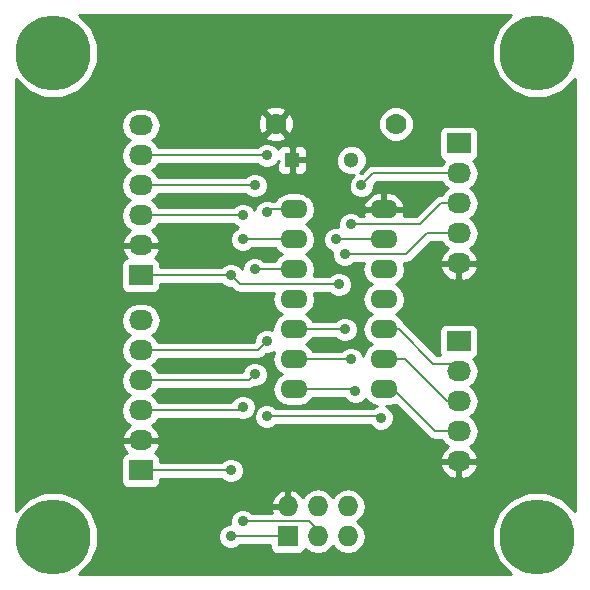
<source format=gtl>
G04 #@! TF.FileFunction,Copper,L1,Top,Signal*
%FSLAX46Y46*%
G04 Gerber Fmt 4.6, Leading zero omitted, Abs format (unit mm)*
G04 Created by KiCad (PCBNEW (after 2015-mar-04 BZR unknown)-product) date 10/20/2015 10:19:42 AM*
%MOMM*%
G01*
G04 APERTURE LIST*
%ADD10C,0.150000*%
%ADD11C,6.350000*%
%ADD12R,2.032000X1.727200*%
%ADD13O,2.032000X1.727200*%
%ADD14R,1.727200X1.727200*%
%ADD15O,1.727200X1.727200*%
%ADD16R,1.300000X1.300000*%
%ADD17C,1.300000*%
%ADD18C,1.778000*%
%ADD19O,2.300000X1.600000*%
%ADD20C,0.889000*%
%ADD21C,0.203200*%
%ADD22C,0.254000*%
G04 APERTURE END LIST*
D10*
D11*
X4000000Y-45000000D03*
X4000000Y-4000000D03*
X45000000Y-45000000D03*
X45000000Y-4000000D03*
D12*
X11430000Y-22860000D03*
D13*
X11430000Y-20320000D03*
X11430000Y-17780000D03*
X11430000Y-15240000D03*
X11430000Y-12700000D03*
X11430000Y-10160000D03*
D14*
X23876000Y-44958000D03*
D15*
X23876000Y-42418000D03*
X26416000Y-44958000D03*
X26416000Y-42418000D03*
X28956000Y-44958000D03*
X28956000Y-42418000D03*
D12*
X11430000Y-39370000D03*
D13*
X11430000Y-36830000D03*
X11430000Y-34290000D03*
X11430000Y-31750000D03*
X11430000Y-29210000D03*
X11430000Y-26670000D03*
D16*
X24257000Y-13081000D03*
D17*
X29257000Y-13081000D03*
D12*
X38354000Y-11684000D03*
D13*
X38354000Y-14224000D03*
X38354000Y-16764000D03*
X38354000Y-19304000D03*
X38354000Y-21844000D03*
D12*
X38354000Y-28448000D03*
D13*
X38354000Y-30988000D03*
X38354000Y-33528000D03*
X38354000Y-36068000D03*
X38354000Y-38608000D03*
D18*
X22860000Y-10033000D03*
X33020000Y-10033000D03*
D19*
X24384000Y-17272000D03*
X24384000Y-19812000D03*
X24384000Y-22352000D03*
X24384000Y-24892000D03*
X24384000Y-27432000D03*
X24384000Y-29972000D03*
X24384000Y-32512000D03*
X32004000Y-32512000D03*
X32004000Y-29972000D03*
X32004000Y-27432000D03*
X32004000Y-24892000D03*
X32004000Y-22352000D03*
X32004000Y-19812000D03*
X32004000Y-17272000D03*
D20*
X20066000Y-43688000D03*
X20066000Y-34036000D03*
X20066000Y-19812000D03*
X20066000Y-17780000D03*
X19050000Y-44958000D03*
X19050000Y-22860000D03*
X19050000Y-39370000D03*
X27940000Y-19812000D03*
X28194000Y-23622000D03*
X21082000Y-31242000D03*
X21082000Y-22352000D03*
X21082000Y-15240000D03*
X22098000Y-17526000D03*
X22098000Y-28448000D03*
X22098000Y-12700000D03*
X31750000Y-34925000D03*
X22098000Y-34798000D03*
X30099000Y-15240000D03*
X29591000Y-32639000D03*
X29210000Y-18542000D03*
X29210000Y-29972000D03*
X28702000Y-21082000D03*
X28702000Y-27432000D03*
D21*
X25654000Y-43688000D02*
X26416000Y-44450000D01*
X20066000Y-43688000D02*
X25654000Y-43688000D01*
X26416000Y-44450000D02*
X26416000Y-44958000D01*
X19812000Y-34290000D02*
X11430000Y-34290000D01*
X20066000Y-34036000D02*
X19812000Y-34290000D01*
X11430000Y-17780000D02*
X20066000Y-17780000D01*
X20066000Y-19812000D02*
X24384000Y-19812000D01*
X19050000Y-44958000D02*
X23876000Y-44958000D01*
X11430000Y-39370000D02*
X19050000Y-39370000D01*
X11430000Y-22860000D02*
X19050000Y-22860000D01*
X19812000Y-23622000D02*
X25908000Y-23622000D01*
X19050000Y-22860000D02*
X19812000Y-23622000D01*
X28194000Y-23622000D02*
X25908000Y-23622000D01*
X32004000Y-19812000D02*
X27940000Y-19812000D01*
X20574000Y-31750000D02*
X11430000Y-31750000D01*
X21082000Y-31242000D02*
X20574000Y-31750000D01*
X11430000Y-15240000D02*
X21082000Y-15240000D01*
X21082000Y-22352000D02*
X24384000Y-22352000D01*
X24384000Y-17272000D02*
X22352000Y-17272000D01*
X22352000Y-17272000D02*
X22098000Y-17526000D01*
X11430000Y-12700000D02*
X22098000Y-12700000D01*
X21336000Y-29210000D02*
X11430000Y-29210000D01*
X22098000Y-28448000D02*
X21336000Y-29210000D01*
X31750000Y-34925000D02*
X31623000Y-34798000D01*
X31623000Y-34798000D02*
X22098000Y-34798000D01*
X24384000Y-32512000D02*
X29464000Y-32512000D01*
X29464000Y-32512000D02*
X29591000Y-32639000D01*
X31115000Y-14224000D02*
X30099000Y-15240000D01*
X38354000Y-14224000D02*
X31115000Y-14224000D01*
X36830000Y-16764000D02*
X35052000Y-18542000D01*
X35052000Y-18542000D02*
X29210000Y-18542000D01*
X29210000Y-29972000D02*
X24384000Y-29972000D01*
X38354000Y-16764000D02*
X36830000Y-16764000D01*
X35687000Y-19304000D02*
X33909000Y-21082000D01*
X33909000Y-21082000D02*
X28702000Y-21082000D01*
X28702000Y-27432000D02*
X24384000Y-27432000D01*
X38354000Y-19304000D02*
X35687000Y-19304000D01*
X32004000Y-27432000D02*
X33274000Y-27432000D01*
X36195000Y-30353000D02*
X37719000Y-30353000D01*
X33274000Y-27432000D02*
X36195000Y-30353000D01*
X37719000Y-30353000D02*
X38354000Y-30988000D01*
X32004000Y-29972000D02*
X33782000Y-29972000D01*
X33782000Y-29972000D02*
X37338000Y-33528000D01*
X37338000Y-33528000D02*
X38354000Y-33528000D01*
X32004000Y-32512000D02*
X32766000Y-32512000D01*
X32766000Y-32512000D02*
X36322000Y-36068000D01*
X36322000Y-36068000D02*
X38354000Y-36068000D01*
D22*
G36*
X48174500Y-42787183D02*
X47161009Y-41771923D01*
X45761181Y-41190663D01*
X44245469Y-41189340D01*
X42844628Y-41768156D01*
X41771923Y-42838991D01*
X41190663Y-44238819D01*
X41189340Y-45754531D01*
X41768156Y-47155372D01*
X42785507Y-48174500D01*
X40037345Y-48174500D01*
X40037345Y-36068000D01*
X39923271Y-35494511D01*
X39598415Y-35008330D01*
X39283634Y-34798000D01*
X39598415Y-34587670D01*
X39923271Y-34101489D01*
X40037345Y-33528000D01*
X39923271Y-32954511D01*
X39598415Y-32468330D01*
X39283634Y-32258000D01*
X39598415Y-32047670D01*
X39923271Y-31561489D01*
X40037345Y-30988000D01*
X39923271Y-30414511D01*
X39598415Y-29928330D01*
X39582632Y-29917784D01*
X39612123Y-29912063D01*
X39824927Y-29772273D01*
X39967377Y-29561240D01*
X40017440Y-29311600D01*
X40017440Y-27584400D01*
X39970463Y-27342277D01*
X39961358Y-27328416D01*
X39961358Y-22203026D01*
X39840217Y-21971000D01*
X38481000Y-21971000D01*
X38481000Y-23184924D01*
X38715913Y-23329184D01*
X39268320Y-23135954D01*
X39704732Y-22746036D01*
X39958709Y-22218791D01*
X39961358Y-22203026D01*
X39961358Y-27328416D01*
X39830673Y-27129473D01*
X39619640Y-26987023D01*
X39370000Y-26936960D01*
X38227000Y-26936960D01*
X38227000Y-23184924D01*
X38227000Y-21971000D01*
X36867783Y-21971000D01*
X36746642Y-22203026D01*
X36749291Y-22218791D01*
X37003268Y-22746036D01*
X37439680Y-23135954D01*
X37992087Y-23329184D01*
X38227000Y-23184924D01*
X38227000Y-26936960D01*
X37338000Y-26936960D01*
X37095877Y-26983937D01*
X36883073Y-27123727D01*
X36740623Y-27334760D01*
X36690560Y-27584400D01*
X36690560Y-29311600D01*
X36737537Y-29553723D01*
X36778709Y-29616400D01*
X36500110Y-29616400D01*
X33794855Y-26911145D01*
X33684272Y-26837256D01*
X33403668Y-26417302D01*
X33021582Y-26162000D01*
X33403668Y-25906698D01*
X33714737Y-25441151D01*
X33823970Y-24892000D01*
X33714737Y-24342849D01*
X33403668Y-23877302D01*
X33021582Y-23622000D01*
X33403668Y-23366698D01*
X33714737Y-22901151D01*
X33823970Y-22352000D01*
X33717870Y-21818600D01*
X33909000Y-21818600D01*
X34190885Y-21762530D01*
X34429855Y-21602855D01*
X35992110Y-20040600D01*
X36893716Y-20040600D01*
X37109585Y-20363670D01*
X37419069Y-20570460D01*
X37003268Y-20941964D01*
X36749291Y-21469209D01*
X36746642Y-21484974D01*
X36867783Y-21717000D01*
X38227000Y-21717000D01*
X38227000Y-21697000D01*
X38481000Y-21697000D01*
X38481000Y-21717000D01*
X39840217Y-21717000D01*
X39961358Y-21484974D01*
X39958709Y-21469209D01*
X39704732Y-20941964D01*
X39288930Y-20570460D01*
X39598415Y-20363670D01*
X39923271Y-19877489D01*
X40037345Y-19304000D01*
X39923271Y-18730511D01*
X39598415Y-18244330D01*
X39283634Y-18034000D01*
X39598415Y-17823670D01*
X39923271Y-17337489D01*
X40037345Y-16764000D01*
X39923271Y-16190511D01*
X39598415Y-15704330D01*
X39283634Y-15494000D01*
X39598415Y-15283670D01*
X39923271Y-14797489D01*
X40037345Y-14224000D01*
X39923271Y-13650511D01*
X39598415Y-13164330D01*
X39582632Y-13153784D01*
X39612123Y-13148063D01*
X39824927Y-13008273D01*
X39967377Y-12797240D01*
X40017440Y-12547600D01*
X40017440Y-10820400D01*
X39970463Y-10578277D01*
X39830673Y-10365473D01*
X39619640Y-10223023D01*
X39370000Y-10172960D01*
X37338000Y-10172960D01*
X37095877Y-10219937D01*
X36883073Y-10359727D01*
X36740623Y-10570760D01*
X36690560Y-10820400D01*
X36690560Y-12547600D01*
X36737537Y-12789723D01*
X36877327Y-13002527D01*
X37088360Y-13144977D01*
X37126962Y-13152718D01*
X37109585Y-13164330D01*
X36893716Y-13487400D01*
X34544264Y-13487400D01*
X34544264Y-9731188D01*
X34312738Y-9170851D01*
X33884404Y-8741769D01*
X33324472Y-8509265D01*
X32718188Y-8508736D01*
X32157851Y-8740262D01*
X31728769Y-9168596D01*
X31496265Y-9728528D01*
X31495736Y-10334812D01*
X31727262Y-10895149D01*
X32155596Y-11324231D01*
X32715528Y-11556735D01*
X33321812Y-11557264D01*
X33882149Y-11325738D01*
X34311231Y-10897404D01*
X34543735Y-10337472D01*
X34544264Y-9731188D01*
X34544264Y-13487400D01*
X31115000Y-13487400D01*
X30833115Y-13543470D01*
X30594145Y-13703145D01*
X30136757Y-14160532D01*
X29994558Y-14160408D01*
X30345735Y-13809845D01*
X30541777Y-13337724D01*
X30542223Y-12826519D01*
X30347005Y-12354057D01*
X29985845Y-11992265D01*
X29513724Y-11796223D01*
X29002519Y-11795777D01*
X28530057Y-11990995D01*
X28168265Y-12352155D01*
X27972223Y-12824276D01*
X27971777Y-13335481D01*
X28166995Y-13807943D01*
X28528155Y-14169735D01*
X29000276Y-14365777D01*
X29446382Y-14366166D01*
X29184378Y-14627714D01*
X29019687Y-15024332D01*
X29019313Y-15453784D01*
X29183311Y-15850689D01*
X29486714Y-16154622D01*
X29883332Y-16319313D01*
X30312784Y-16319687D01*
X30709689Y-16155689D01*
X31013622Y-15852286D01*
X31178313Y-15455668D01*
X31178533Y-15202176D01*
X31420110Y-14960600D01*
X36893716Y-14960600D01*
X37109585Y-15283670D01*
X37424365Y-15494000D01*
X37109585Y-15704330D01*
X36893716Y-16027400D01*
X36830000Y-16027400D01*
X36548115Y-16083470D01*
X36309145Y-16243145D01*
X34746890Y-17805400D01*
X33672770Y-17805400D01*
X33728367Y-17703819D01*
X33745904Y-17621039D01*
X33745904Y-16922961D01*
X33728367Y-16840181D01*
X33458500Y-16347104D01*
X33020483Y-15994834D01*
X32481000Y-15837000D01*
X32131000Y-15837000D01*
X32131000Y-17145000D01*
X33623915Y-17145000D01*
X33745904Y-16922961D01*
X33745904Y-17621039D01*
X33623915Y-17399000D01*
X32131000Y-17399000D01*
X32131000Y-17419000D01*
X31877000Y-17419000D01*
X31877000Y-17399000D01*
X31877000Y-17145000D01*
X31877000Y-15837000D01*
X31527000Y-15837000D01*
X30987517Y-15994834D01*
X30549500Y-16347104D01*
X30279633Y-16840181D01*
X30262096Y-16922961D01*
X30384085Y-17145000D01*
X31877000Y-17145000D01*
X31877000Y-17399000D01*
X30384085Y-17399000D01*
X30262096Y-17621039D01*
X30279633Y-17703819D01*
X30335229Y-17805400D01*
X29999997Y-17805400D01*
X29822286Y-17627378D01*
X29425668Y-17462687D01*
X28996216Y-17462313D01*
X28599311Y-17626311D01*
X28295378Y-17929714D01*
X28130687Y-18326332D01*
X28130333Y-18732664D01*
X27726216Y-18732313D01*
X27329311Y-18896311D01*
X27025378Y-19199714D01*
X26860687Y-19596332D01*
X26860313Y-20025784D01*
X27024311Y-20422689D01*
X27327714Y-20726622D01*
X27628787Y-20851639D01*
X27622687Y-20866332D01*
X27622313Y-21295784D01*
X27786311Y-21692689D01*
X28089714Y-21996622D01*
X28486332Y-22161313D01*
X28915784Y-22161687D01*
X29312689Y-21997689D01*
X29492090Y-21818600D01*
X30290129Y-21818600D01*
X30184030Y-22352000D01*
X30293263Y-22901151D01*
X30604332Y-23366698D01*
X30986417Y-23622000D01*
X30604332Y-23877302D01*
X30293263Y-24342849D01*
X30184030Y-24892000D01*
X30293263Y-25441151D01*
X30604332Y-25906698D01*
X30986417Y-26162000D01*
X30604332Y-26417302D01*
X30293263Y-26882849D01*
X30184030Y-27432000D01*
X30293263Y-27981151D01*
X30604332Y-28446698D01*
X30986417Y-28702000D01*
X30604332Y-28957302D01*
X30293263Y-29422849D01*
X30247070Y-29655075D01*
X30125689Y-29361311D01*
X29822286Y-29057378D01*
X29425668Y-28892687D01*
X28996216Y-28892313D01*
X28599311Y-29056311D01*
X28419909Y-29235400D01*
X25969487Y-29235400D01*
X25783668Y-28957302D01*
X25401582Y-28702000D01*
X25783668Y-28446698D01*
X25969487Y-28168600D01*
X27912002Y-28168600D01*
X28089714Y-28346622D01*
X28486332Y-28511313D01*
X28915784Y-28511687D01*
X29312689Y-28347689D01*
X29616622Y-28044286D01*
X29781313Y-27647668D01*
X29781687Y-27218216D01*
X29617689Y-26821311D01*
X29314286Y-26517378D01*
X28917668Y-26352687D01*
X28488216Y-26352313D01*
X28091311Y-26516311D01*
X27911909Y-26695400D01*
X25969487Y-26695400D01*
X25783668Y-26417302D01*
X25401582Y-26162000D01*
X25783668Y-25906698D01*
X26094737Y-25441151D01*
X26203970Y-24892000D01*
X26097870Y-24358600D01*
X27404002Y-24358600D01*
X27581714Y-24536622D01*
X27978332Y-24701313D01*
X28407784Y-24701687D01*
X28804689Y-24537689D01*
X29108622Y-24234286D01*
X29273313Y-23837668D01*
X29273687Y-23408216D01*
X29109689Y-23011311D01*
X28806286Y-22707378D01*
X28409668Y-22542687D01*
X27980216Y-22542313D01*
X27583311Y-22706311D01*
X27403909Y-22885400D01*
X26097870Y-22885400D01*
X26203970Y-22352000D01*
X26094737Y-21802849D01*
X25783668Y-21337302D01*
X25401582Y-21082000D01*
X25783668Y-20826698D01*
X26094737Y-20361151D01*
X26203970Y-19812000D01*
X26094737Y-19262849D01*
X25783668Y-18797302D01*
X25401582Y-18542000D01*
X25783668Y-18286698D01*
X26094737Y-17821151D01*
X26203970Y-17272000D01*
X26094737Y-16722849D01*
X25783668Y-16257302D01*
X25542000Y-16095824D01*
X25542000Y-13857310D01*
X25542000Y-13604691D01*
X25542000Y-13366750D01*
X25542000Y-12795250D01*
X25542000Y-12557309D01*
X25542000Y-12304690D01*
X25445327Y-12071301D01*
X25266698Y-11892673D01*
X25033309Y-11796000D01*
X24542750Y-11796000D01*
X24395516Y-11943234D01*
X24395516Y-10271035D01*
X24369723Y-9665300D01*
X24187539Y-9225467D01*
X23932196Y-9140409D01*
X23752591Y-9320014D01*
X23752591Y-8960804D01*
X23667533Y-8705461D01*
X23098035Y-8497484D01*
X22492300Y-8523277D01*
X22052467Y-8705461D01*
X21967409Y-8960804D01*
X22860000Y-9853395D01*
X23752591Y-8960804D01*
X23752591Y-9320014D01*
X23039605Y-10033000D01*
X23932196Y-10925591D01*
X24187539Y-10840533D01*
X24395516Y-10271035D01*
X24395516Y-11943234D01*
X24384000Y-11954750D01*
X24384000Y-12954000D01*
X25383250Y-12954000D01*
X25542000Y-12795250D01*
X25542000Y-13366750D01*
X25383250Y-13208000D01*
X24384000Y-13208000D01*
X24384000Y-14207250D01*
X24542750Y-14366000D01*
X25033309Y-14366000D01*
X25266698Y-14269327D01*
X25445327Y-14090699D01*
X25542000Y-13857310D01*
X25542000Y-16095824D01*
X25318121Y-15946233D01*
X24768970Y-15837000D01*
X24130000Y-15837000D01*
X23999030Y-15837000D01*
X23449879Y-15946233D01*
X22984332Y-16257302D01*
X22798512Y-16535400D01*
X22527311Y-16535400D01*
X22313668Y-16446687D01*
X21884216Y-16446313D01*
X21487311Y-16610311D01*
X21183378Y-16913714D01*
X21029348Y-17284656D01*
X20981689Y-17169311D01*
X20678286Y-16865378D01*
X20281668Y-16700687D01*
X19852216Y-16700313D01*
X19455311Y-16864311D01*
X19275909Y-17043400D01*
X12890283Y-17043400D01*
X12674415Y-16720330D01*
X12359634Y-16510000D01*
X12674415Y-16299670D01*
X12890283Y-15976600D01*
X20292002Y-15976600D01*
X20469714Y-16154622D01*
X20866332Y-16319313D01*
X21295784Y-16319687D01*
X21692689Y-16155689D01*
X21996622Y-15852286D01*
X22161313Y-15455668D01*
X22161687Y-15026216D01*
X21997689Y-14629311D01*
X21694286Y-14325378D01*
X21297668Y-14160687D01*
X20868216Y-14160313D01*
X20471311Y-14324311D01*
X20291909Y-14503400D01*
X12890283Y-14503400D01*
X12674415Y-14180330D01*
X12359634Y-13970000D01*
X12674415Y-13759670D01*
X12890283Y-13436600D01*
X21308002Y-13436600D01*
X21485714Y-13614622D01*
X21882332Y-13779313D01*
X22311784Y-13779687D01*
X22708689Y-13615689D01*
X23012622Y-13312286D01*
X23055924Y-13208002D01*
X23130748Y-13208002D01*
X22972000Y-13366750D01*
X22972000Y-13604691D01*
X22972000Y-13857310D01*
X23068673Y-14090699D01*
X23247302Y-14269327D01*
X23480691Y-14366000D01*
X23971250Y-14366000D01*
X24130000Y-14207250D01*
X24130000Y-13208000D01*
X24110000Y-13208000D01*
X24110000Y-12954000D01*
X24130000Y-12954000D01*
X24130000Y-11954750D01*
X23971250Y-11796000D01*
X23752591Y-11796000D01*
X23752591Y-11105196D01*
X22860000Y-10212605D01*
X22680395Y-10392210D01*
X22680395Y-10033000D01*
X21787804Y-9140409D01*
X21532461Y-9225467D01*
X21324484Y-9794965D01*
X21350277Y-10400700D01*
X21532461Y-10840533D01*
X21787804Y-10925591D01*
X22680395Y-10033000D01*
X22680395Y-10392210D01*
X21967409Y-11105196D01*
X22052467Y-11360539D01*
X22621965Y-11568516D01*
X23227700Y-11542723D01*
X23667533Y-11360539D01*
X23752591Y-11105196D01*
X23752591Y-11796000D01*
X23480691Y-11796000D01*
X23247302Y-11892673D01*
X23068673Y-12071301D01*
X23037421Y-12146748D01*
X23013689Y-12089311D01*
X22710286Y-11785378D01*
X22313668Y-11620687D01*
X21884216Y-11620313D01*
X21487311Y-11784311D01*
X21307909Y-11963400D01*
X12890283Y-11963400D01*
X12674415Y-11640330D01*
X12359634Y-11430000D01*
X12674415Y-11219670D01*
X12999271Y-10733489D01*
X13113345Y-10160000D01*
X12999271Y-9586511D01*
X12674415Y-9100330D01*
X12188234Y-8775474D01*
X11614745Y-8661400D01*
X11245255Y-8661400D01*
X10671766Y-8775474D01*
X10185585Y-9100330D01*
X9860729Y-9586511D01*
X9746655Y-10160000D01*
X9860729Y-10733489D01*
X10185585Y-11219670D01*
X10500365Y-11430000D01*
X10185585Y-11640330D01*
X9860729Y-12126511D01*
X9746655Y-12700000D01*
X9860729Y-13273489D01*
X10185585Y-13759670D01*
X10500365Y-13970000D01*
X10185585Y-14180330D01*
X9860729Y-14666511D01*
X9746655Y-15240000D01*
X9860729Y-15813489D01*
X10185585Y-16299670D01*
X10500365Y-16510000D01*
X10185585Y-16720330D01*
X9860729Y-17206511D01*
X9746655Y-17780000D01*
X9860729Y-18353489D01*
X10185585Y-18839670D01*
X10495069Y-19046460D01*
X10079268Y-19417964D01*
X9825291Y-19945209D01*
X9822642Y-19960974D01*
X9943783Y-20193000D01*
X11303000Y-20193000D01*
X11303000Y-20173000D01*
X11557000Y-20173000D01*
X11557000Y-20193000D01*
X12916217Y-20193000D01*
X13037358Y-19960974D01*
X13034709Y-19945209D01*
X12780732Y-19417964D01*
X12364930Y-19046460D01*
X12674415Y-18839670D01*
X12890283Y-18516600D01*
X19276002Y-18516600D01*
X19453714Y-18694622D01*
X19697969Y-18796046D01*
X19455311Y-18896311D01*
X19151378Y-19199714D01*
X18986687Y-19596332D01*
X18986313Y-20025784D01*
X19150311Y-20422689D01*
X19453714Y-20726622D01*
X19850332Y-20891313D01*
X20279784Y-20891687D01*
X20676689Y-20727689D01*
X20856090Y-20548600D01*
X22798512Y-20548600D01*
X22984332Y-20826698D01*
X23366417Y-21082000D01*
X22984332Y-21337302D01*
X22798512Y-21615400D01*
X21871997Y-21615400D01*
X21694286Y-21437378D01*
X21297668Y-21272687D01*
X20868216Y-21272313D01*
X20471311Y-21436311D01*
X20167378Y-21739714D01*
X20002687Y-22136332D01*
X20002511Y-22338426D01*
X19965689Y-22249311D01*
X19662286Y-21945378D01*
X19265668Y-21780687D01*
X18836216Y-21780313D01*
X18439311Y-21944311D01*
X18259909Y-22123400D01*
X13093440Y-22123400D01*
X13093440Y-21996400D01*
X13046463Y-21754277D01*
X12906673Y-21541473D01*
X12695640Y-21399023D01*
X12603354Y-21380516D01*
X12780732Y-21222036D01*
X13034709Y-20694791D01*
X13037358Y-20679026D01*
X12916217Y-20447000D01*
X11557000Y-20447000D01*
X11557000Y-20467000D01*
X11303000Y-20467000D01*
X11303000Y-20447000D01*
X9943783Y-20447000D01*
X9822642Y-20679026D01*
X9825291Y-20694791D01*
X10079268Y-21222036D01*
X10255701Y-21379673D01*
X10171877Y-21395937D01*
X9959073Y-21535727D01*
X9816623Y-21746760D01*
X9766560Y-21996400D01*
X9766560Y-23723600D01*
X9813537Y-23965723D01*
X9953327Y-24178527D01*
X10164360Y-24320977D01*
X10414000Y-24371040D01*
X12446000Y-24371040D01*
X12688123Y-24324063D01*
X12900927Y-24184273D01*
X13043377Y-23973240D01*
X13093440Y-23723600D01*
X13093440Y-23596600D01*
X18260002Y-23596600D01*
X18437714Y-23774622D01*
X18834332Y-23939313D01*
X19087823Y-23939533D01*
X19291145Y-24142855D01*
X19530115Y-24302530D01*
X19530116Y-24302530D01*
X19812000Y-24358600D01*
X22670129Y-24358600D01*
X22564030Y-24892000D01*
X22673263Y-25441151D01*
X22984332Y-25906698D01*
X23366417Y-26162000D01*
X22984332Y-26417302D01*
X22673263Y-26882849D01*
X22564030Y-27432000D01*
X22572843Y-27476306D01*
X22313668Y-27368687D01*
X21884216Y-27368313D01*
X21487311Y-27532311D01*
X21183378Y-27835714D01*
X21018687Y-28232332D01*
X21018477Y-28473400D01*
X12890283Y-28473400D01*
X12674415Y-28150330D01*
X12359634Y-27940000D01*
X12674415Y-27729670D01*
X12999271Y-27243489D01*
X13113345Y-26670000D01*
X12999271Y-26096511D01*
X12674415Y-25610330D01*
X12188234Y-25285474D01*
X11614745Y-25171400D01*
X11245255Y-25171400D01*
X10671766Y-25285474D01*
X10185585Y-25610330D01*
X9860729Y-26096511D01*
X9746655Y-26670000D01*
X9860729Y-27243489D01*
X10185585Y-27729670D01*
X10500365Y-27940000D01*
X10185585Y-28150330D01*
X9860729Y-28636511D01*
X9746655Y-29210000D01*
X9860729Y-29783489D01*
X10185585Y-30269670D01*
X10500365Y-30480000D01*
X10185585Y-30690330D01*
X9860729Y-31176511D01*
X9746655Y-31750000D01*
X9860729Y-32323489D01*
X10185585Y-32809670D01*
X10500365Y-33020000D01*
X10185585Y-33230330D01*
X9860729Y-33716511D01*
X9746655Y-34290000D01*
X9860729Y-34863489D01*
X10185585Y-35349670D01*
X10495069Y-35556460D01*
X10079268Y-35927964D01*
X9825291Y-36455209D01*
X9822642Y-36470974D01*
X9943783Y-36703000D01*
X11303000Y-36703000D01*
X11303000Y-36683000D01*
X11557000Y-36683000D01*
X11557000Y-36703000D01*
X12916217Y-36703000D01*
X13037358Y-36470974D01*
X13034709Y-36455209D01*
X12780732Y-35927964D01*
X12364930Y-35556460D01*
X12674415Y-35349670D01*
X12890283Y-35026600D01*
X19636688Y-35026600D01*
X19850332Y-35115313D01*
X20279784Y-35115687D01*
X20676689Y-34951689D01*
X20980622Y-34648286D01*
X21145313Y-34251668D01*
X21145687Y-33822216D01*
X20981689Y-33425311D01*
X20678286Y-33121378D01*
X20281668Y-32956687D01*
X19852216Y-32956313D01*
X19455311Y-33120311D01*
X19151378Y-33423714D01*
X19097527Y-33553400D01*
X12890283Y-33553400D01*
X12674415Y-33230330D01*
X12359634Y-33020000D01*
X12674415Y-32809670D01*
X12890283Y-32486600D01*
X20574000Y-32486600D01*
X20855885Y-32430530D01*
X21019140Y-32321446D01*
X21295784Y-32321687D01*
X21692689Y-32157689D01*
X21996622Y-31854286D01*
X22161313Y-31457668D01*
X22161687Y-31028216D01*
X21997689Y-30631311D01*
X21694286Y-30327378D01*
X21297668Y-30162687D01*
X20868216Y-30162313D01*
X20471311Y-30326311D01*
X20167378Y-30629714D01*
X20008056Y-31013400D01*
X12890283Y-31013400D01*
X12674415Y-30690330D01*
X12359634Y-30480000D01*
X12674415Y-30269670D01*
X12890283Y-29946600D01*
X21336000Y-29946600D01*
X21617885Y-29890530D01*
X21856855Y-29730855D01*
X22060242Y-29527467D01*
X22311784Y-29527687D01*
X22708689Y-29363689D01*
X22721012Y-29351387D01*
X22673263Y-29422849D01*
X22564030Y-29972000D01*
X22673263Y-30521151D01*
X22984332Y-30986698D01*
X23366417Y-31242000D01*
X22984332Y-31497302D01*
X22673263Y-31962849D01*
X22564030Y-32512000D01*
X22673263Y-33061151D01*
X22984332Y-33526698D01*
X23449879Y-33837767D01*
X23999030Y-33947000D01*
X24768970Y-33947000D01*
X25318121Y-33837767D01*
X25783668Y-33526698D01*
X25969487Y-33248600D01*
X28674861Y-33248600D01*
X28675311Y-33249689D01*
X28978714Y-33553622D01*
X29375332Y-33718313D01*
X29804784Y-33718687D01*
X30201689Y-33554689D01*
X30454443Y-33302374D01*
X30604332Y-33526698D01*
X31069879Y-33837767D01*
X31397000Y-33902835D01*
X31139311Y-34009311D01*
X31087131Y-34061400D01*
X22887997Y-34061400D01*
X22710286Y-33883378D01*
X22313668Y-33718687D01*
X21884216Y-33718313D01*
X21487311Y-33882311D01*
X21183378Y-34185714D01*
X21018687Y-34582332D01*
X21018313Y-35011784D01*
X21182311Y-35408689D01*
X21485714Y-35712622D01*
X21882332Y-35877313D01*
X22311784Y-35877687D01*
X22708689Y-35713689D01*
X22888090Y-35534600D01*
X30833861Y-35534600D01*
X30834311Y-35535689D01*
X31137714Y-35839622D01*
X31534332Y-36004313D01*
X31963784Y-36004687D01*
X32360689Y-35840689D01*
X32664622Y-35537286D01*
X32829313Y-35140668D01*
X32829687Y-34711216D01*
X32665689Y-34314311D01*
X32362286Y-34010378D01*
X32209655Y-33947000D01*
X32388970Y-33947000D01*
X32938121Y-33837767D01*
X33005221Y-33792931D01*
X35801145Y-36588855D01*
X36040115Y-36748530D01*
X36322000Y-36804600D01*
X36893716Y-36804600D01*
X37109585Y-37127670D01*
X37419069Y-37334460D01*
X37003268Y-37705964D01*
X36749291Y-38233209D01*
X36746642Y-38248974D01*
X36867783Y-38481000D01*
X38227000Y-38481000D01*
X38227000Y-38461000D01*
X38481000Y-38461000D01*
X38481000Y-38481000D01*
X39840217Y-38481000D01*
X39961358Y-38248974D01*
X39958709Y-38233209D01*
X39704732Y-37705964D01*
X39288930Y-37334460D01*
X39598415Y-37127670D01*
X39923271Y-36641489D01*
X40037345Y-36068000D01*
X40037345Y-48174500D01*
X39961358Y-48174500D01*
X39961358Y-38967026D01*
X39840217Y-38735000D01*
X38481000Y-38735000D01*
X38481000Y-39948924D01*
X38715913Y-40093184D01*
X39268320Y-39899954D01*
X39704732Y-39510036D01*
X39958709Y-38982791D01*
X39961358Y-38967026D01*
X39961358Y-48174500D01*
X38227000Y-48174500D01*
X38227000Y-39948924D01*
X38227000Y-38735000D01*
X36867783Y-38735000D01*
X36746642Y-38967026D01*
X36749291Y-38982791D01*
X37003268Y-39510036D01*
X37439680Y-39899954D01*
X37992087Y-40093184D01*
X38227000Y-39948924D01*
X38227000Y-48174500D01*
X30454600Y-48174500D01*
X30454600Y-44987359D01*
X30454600Y-44928641D01*
X30340526Y-44355152D01*
X30015670Y-43868971D01*
X29744827Y-43688000D01*
X30015670Y-43507029D01*
X30340526Y-43020848D01*
X30454600Y-42447359D01*
X30454600Y-42388641D01*
X30340526Y-41815152D01*
X30015670Y-41328971D01*
X29529489Y-41004115D01*
X28956000Y-40890041D01*
X28382511Y-41004115D01*
X27896330Y-41328971D01*
X27686000Y-41643751D01*
X27475670Y-41328971D01*
X26989489Y-41004115D01*
X26416000Y-40890041D01*
X25842511Y-41004115D01*
X25356330Y-41328971D01*
X25140336Y-41652228D01*
X25082821Y-41529510D01*
X24650947Y-41135312D01*
X24235026Y-40963042D01*
X24003000Y-41084183D01*
X24003000Y-42291000D01*
X24023000Y-42291000D01*
X24023000Y-42545000D01*
X24003000Y-42545000D01*
X24003000Y-42565000D01*
X23749000Y-42565000D01*
X23749000Y-42545000D01*
X23749000Y-42291000D01*
X23749000Y-41084183D01*
X23516974Y-40963042D01*
X23101053Y-41135312D01*
X22669179Y-41529510D01*
X22421032Y-42058973D01*
X22541531Y-42291000D01*
X23749000Y-42291000D01*
X23749000Y-42545000D01*
X22541531Y-42545000D01*
X22421032Y-42777027D01*
X22502756Y-42951400D01*
X20855997Y-42951400D01*
X20678286Y-42773378D01*
X20281668Y-42608687D01*
X20129687Y-42608554D01*
X20129687Y-39156216D01*
X19965689Y-38759311D01*
X19662286Y-38455378D01*
X19265668Y-38290687D01*
X18836216Y-38290313D01*
X18439311Y-38454311D01*
X18259909Y-38633400D01*
X13093440Y-38633400D01*
X13093440Y-38506400D01*
X13046463Y-38264277D01*
X12906673Y-38051473D01*
X12695640Y-37909023D01*
X12603354Y-37890516D01*
X12780732Y-37732036D01*
X13034709Y-37204791D01*
X13037358Y-37189026D01*
X12916217Y-36957000D01*
X11557000Y-36957000D01*
X11557000Y-36977000D01*
X11303000Y-36977000D01*
X11303000Y-36957000D01*
X9943783Y-36957000D01*
X9822642Y-37189026D01*
X9825291Y-37204791D01*
X10079268Y-37732036D01*
X10255701Y-37889673D01*
X10171877Y-37905937D01*
X9959073Y-38045727D01*
X9816623Y-38256760D01*
X9766560Y-38506400D01*
X9766560Y-40233600D01*
X9813537Y-40475723D01*
X9953327Y-40688527D01*
X10164360Y-40830977D01*
X10414000Y-40881040D01*
X12446000Y-40881040D01*
X12688123Y-40834063D01*
X12900927Y-40694273D01*
X13043377Y-40483240D01*
X13093440Y-40233600D01*
X13093440Y-40106600D01*
X18260002Y-40106600D01*
X18437714Y-40284622D01*
X18834332Y-40449313D01*
X19263784Y-40449687D01*
X19660689Y-40285689D01*
X19964622Y-39982286D01*
X20129313Y-39585668D01*
X20129687Y-39156216D01*
X20129687Y-42608554D01*
X19852216Y-42608313D01*
X19455311Y-42772311D01*
X19151378Y-43075714D01*
X18986687Y-43472332D01*
X18986333Y-43878443D01*
X18836216Y-43878313D01*
X18439311Y-44042311D01*
X18135378Y-44345714D01*
X17970687Y-44742332D01*
X17970313Y-45171784D01*
X18134311Y-45568689D01*
X18437714Y-45872622D01*
X18834332Y-46037313D01*
X19263784Y-46037687D01*
X19660689Y-45873689D01*
X19840090Y-45694600D01*
X22364960Y-45694600D01*
X22364960Y-45821600D01*
X22411937Y-46063723D01*
X22551727Y-46276527D01*
X22762760Y-46418977D01*
X23012400Y-46469040D01*
X24739600Y-46469040D01*
X24981723Y-46422063D01*
X25194527Y-46282273D01*
X25336977Y-46071240D01*
X25345179Y-46030340D01*
X25356330Y-46047029D01*
X25842511Y-46371885D01*
X26416000Y-46485959D01*
X26989489Y-46371885D01*
X27475670Y-46047029D01*
X27686000Y-45732248D01*
X27896330Y-46047029D01*
X28382511Y-46371885D01*
X28956000Y-46485959D01*
X29529489Y-46371885D01*
X30015670Y-46047029D01*
X30340526Y-45560848D01*
X30454600Y-44987359D01*
X30454600Y-48174500D01*
X6212816Y-48174500D01*
X7228077Y-47161009D01*
X7809337Y-45761181D01*
X7810660Y-44245469D01*
X7231844Y-42844628D01*
X6161009Y-41771923D01*
X4761181Y-41190663D01*
X3245469Y-41189340D01*
X1844628Y-41768156D01*
X825500Y-42785507D01*
X825500Y-6212816D01*
X1838991Y-7228077D01*
X3238819Y-7809337D01*
X4754531Y-7810660D01*
X6155372Y-7231844D01*
X7228077Y-6161009D01*
X7809337Y-4761181D01*
X7810660Y-3245469D01*
X7231844Y-1844628D01*
X6214492Y-825500D01*
X42787183Y-825500D01*
X41771923Y-1838991D01*
X41190663Y-3238819D01*
X41189340Y-4754531D01*
X41768156Y-6155372D01*
X42838991Y-7228077D01*
X44238819Y-7809337D01*
X45754531Y-7810660D01*
X47155372Y-7231844D01*
X48174500Y-6214492D01*
X48174500Y-42787183D01*
X48174500Y-42787183D01*
G37*
X48174500Y-42787183D02*
X47161009Y-41771923D01*
X45761181Y-41190663D01*
X44245469Y-41189340D01*
X42844628Y-41768156D01*
X41771923Y-42838991D01*
X41190663Y-44238819D01*
X41189340Y-45754531D01*
X41768156Y-47155372D01*
X42785507Y-48174500D01*
X40037345Y-48174500D01*
X40037345Y-36068000D01*
X39923271Y-35494511D01*
X39598415Y-35008330D01*
X39283634Y-34798000D01*
X39598415Y-34587670D01*
X39923271Y-34101489D01*
X40037345Y-33528000D01*
X39923271Y-32954511D01*
X39598415Y-32468330D01*
X39283634Y-32258000D01*
X39598415Y-32047670D01*
X39923271Y-31561489D01*
X40037345Y-30988000D01*
X39923271Y-30414511D01*
X39598415Y-29928330D01*
X39582632Y-29917784D01*
X39612123Y-29912063D01*
X39824927Y-29772273D01*
X39967377Y-29561240D01*
X40017440Y-29311600D01*
X40017440Y-27584400D01*
X39970463Y-27342277D01*
X39961358Y-27328416D01*
X39961358Y-22203026D01*
X39840217Y-21971000D01*
X38481000Y-21971000D01*
X38481000Y-23184924D01*
X38715913Y-23329184D01*
X39268320Y-23135954D01*
X39704732Y-22746036D01*
X39958709Y-22218791D01*
X39961358Y-22203026D01*
X39961358Y-27328416D01*
X39830673Y-27129473D01*
X39619640Y-26987023D01*
X39370000Y-26936960D01*
X38227000Y-26936960D01*
X38227000Y-23184924D01*
X38227000Y-21971000D01*
X36867783Y-21971000D01*
X36746642Y-22203026D01*
X36749291Y-22218791D01*
X37003268Y-22746036D01*
X37439680Y-23135954D01*
X37992087Y-23329184D01*
X38227000Y-23184924D01*
X38227000Y-26936960D01*
X37338000Y-26936960D01*
X37095877Y-26983937D01*
X36883073Y-27123727D01*
X36740623Y-27334760D01*
X36690560Y-27584400D01*
X36690560Y-29311600D01*
X36737537Y-29553723D01*
X36778709Y-29616400D01*
X36500110Y-29616400D01*
X33794855Y-26911145D01*
X33684272Y-26837256D01*
X33403668Y-26417302D01*
X33021582Y-26162000D01*
X33403668Y-25906698D01*
X33714737Y-25441151D01*
X33823970Y-24892000D01*
X33714737Y-24342849D01*
X33403668Y-23877302D01*
X33021582Y-23622000D01*
X33403668Y-23366698D01*
X33714737Y-22901151D01*
X33823970Y-22352000D01*
X33717870Y-21818600D01*
X33909000Y-21818600D01*
X34190885Y-21762530D01*
X34429855Y-21602855D01*
X35992110Y-20040600D01*
X36893716Y-20040600D01*
X37109585Y-20363670D01*
X37419069Y-20570460D01*
X37003268Y-20941964D01*
X36749291Y-21469209D01*
X36746642Y-21484974D01*
X36867783Y-21717000D01*
X38227000Y-21717000D01*
X38227000Y-21697000D01*
X38481000Y-21697000D01*
X38481000Y-21717000D01*
X39840217Y-21717000D01*
X39961358Y-21484974D01*
X39958709Y-21469209D01*
X39704732Y-20941964D01*
X39288930Y-20570460D01*
X39598415Y-20363670D01*
X39923271Y-19877489D01*
X40037345Y-19304000D01*
X39923271Y-18730511D01*
X39598415Y-18244330D01*
X39283634Y-18034000D01*
X39598415Y-17823670D01*
X39923271Y-17337489D01*
X40037345Y-16764000D01*
X39923271Y-16190511D01*
X39598415Y-15704330D01*
X39283634Y-15494000D01*
X39598415Y-15283670D01*
X39923271Y-14797489D01*
X40037345Y-14224000D01*
X39923271Y-13650511D01*
X39598415Y-13164330D01*
X39582632Y-13153784D01*
X39612123Y-13148063D01*
X39824927Y-13008273D01*
X39967377Y-12797240D01*
X40017440Y-12547600D01*
X40017440Y-10820400D01*
X39970463Y-10578277D01*
X39830673Y-10365473D01*
X39619640Y-10223023D01*
X39370000Y-10172960D01*
X37338000Y-10172960D01*
X37095877Y-10219937D01*
X36883073Y-10359727D01*
X36740623Y-10570760D01*
X36690560Y-10820400D01*
X36690560Y-12547600D01*
X36737537Y-12789723D01*
X36877327Y-13002527D01*
X37088360Y-13144977D01*
X37126962Y-13152718D01*
X37109585Y-13164330D01*
X36893716Y-13487400D01*
X34544264Y-13487400D01*
X34544264Y-9731188D01*
X34312738Y-9170851D01*
X33884404Y-8741769D01*
X33324472Y-8509265D01*
X32718188Y-8508736D01*
X32157851Y-8740262D01*
X31728769Y-9168596D01*
X31496265Y-9728528D01*
X31495736Y-10334812D01*
X31727262Y-10895149D01*
X32155596Y-11324231D01*
X32715528Y-11556735D01*
X33321812Y-11557264D01*
X33882149Y-11325738D01*
X34311231Y-10897404D01*
X34543735Y-10337472D01*
X34544264Y-9731188D01*
X34544264Y-13487400D01*
X31115000Y-13487400D01*
X30833115Y-13543470D01*
X30594145Y-13703145D01*
X30136757Y-14160532D01*
X29994558Y-14160408D01*
X30345735Y-13809845D01*
X30541777Y-13337724D01*
X30542223Y-12826519D01*
X30347005Y-12354057D01*
X29985845Y-11992265D01*
X29513724Y-11796223D01*
X29002519Y-11795777D01*
X28530057Y-11990995D01*
X28168265Y-12352155D01*
X27972223Y-12824276D01*
X27971777Y-13335481D01*
X28166995Y-13807943D01*
X28528155Y-14169735D01*
X29000276Y-14365777D01*
X29446382Y-14366166D01*
X29184378Y-14627714D01*
X29019687Y-15024332D01*
X29019313Y-15453784D01*
X29183311Y-15850689D01*
X29486714Y-16154622D01*
X29883332Y-16319313D01*
X30312784Y-16319687D01*
X30709689Y-16155689D01*
X31013622Y-15852286D01*
X31178313Y-15455668D01*
X31178533Y-15202176D01*
X31420110Y-14960600D01*
X36893716Y-14960600D01*
X37109585Y-15283670D01*
X37424365Y-15494000D01*
X37109585Y-15704330D01*
X36893716Y-16027400D01*
X36830000Y-16027400D01*
X36548115Y-16083470D01*
X36309145Y-16243145D01*
X34746890Y-17805400D01*
X33672770Y-17805400D01*
X33728367Y-17703819D01*
X33745904Y-17621039D01*
X33745904Y-16922961D01*
X33728367Y-16840181D01*
X33458500Y-16347104D01*
X33020483Y-15994834D01*
X32481000Y-15837000D01*
X32131000Y-15837000D01*
X32131000Y-17145000D01*
X33623915Y-17145000D01*
X33745904Y-16922961D01*
X33745904Y-17621039D01*
X33623915Y-17399000D01*
X32131000Y-17399000D01*
X32131000Y-17419000D01*
X31877000Y-17419000D01*
X31877000Y-17399000D01*
X31877000Y-17145000D01*
X31877000Y-15837000D01*
X31527000Y-15837000D01*
X30987517Y-15994834D01*
X30549500Y-16347104D01*
X30279633Y-16840181D01*
X30262096Y-16922961D01*
X30384085Y-17145000D01*
X31877000Y-17145000D01*
X31877000Y-17399000D01*
X30384085Y-17399000D01*
X30262096Y-17621039D01*
X30279633Y-17703819D01*
X30335229Y-17805400D01*
X29999997Y-17805400D01*
X29822286Y-17627378D01*
X29425668Y-17462687D01*
X28996216Y-17462313D01*
X28599311Y-17626311D01*
X28295378Y-17929714D01*
X28130687Y-18326332D01*
X28130333Y-18732664D01*
X27726216Y-18732313D01*
X27329311Y-18896311D01*
X27025378Y-19199714D01*
X26860687Y-19596332D01*
X26860313Y-20025784D01*
X27024311Y-20422689D01*
X27327714Y-20726622D01*
X27628787Y-20851639D01*
X27622687Y-20866332D01*
X27622313Y-21295784D01*
X27786311Y-21692689D01*
X28089714Y-21996622D01*
X28486332Y-22161313D01*
X28915784Y-22161687D01*
X29312689Y-21997689D01*
X29492090Y-21818600D01*
X30290129Y-21818600D01*
X30184030Y-22352000D01*
X30293263Y-22901151D01*
X30604332Y-23366698D01*
X30986417Y-23622000D01*
X30604332Y-23877302D01*
X30293263Y-24342849D01*
X30184030Y-24892000D01*
X30293263Y-25441151D01*
X30604332Y-25906698D01*
X30986417Y-26162000D01*
X30604332Y-26417302D01*
X30293263Y-26882849D01*
X30184030Y-27432000D01*
X30293263Y-27981151D01*
X30604332Y-28446698D01*
X30986417Y-28702000D01*
X30604332Y-28957302D01*
X30293263Y-29422849D01*
X30247070Y-29655075D01*
X30125689Y-29361311D01*
X29822286Y-29057378D01*
X29425668Y-28892687D01*
X28996216Y-28892313D01*
X28599311Y-29056311D01*
X28419909Y-29235400D01*
X25969487Y-29235400D01*
X25783668Y-28957302D01*
X25401582Y-28702000D01*
X25783668Y-28446698D01*
X25969487Y-28168600D01*
X27912002Y-28168600D01*
X28089714Y-28346622D01*
X28486332Y-28511313D01*
X28915784Y-28511687D01*
X29312689Y-28347689D01*
X29616622Y-28044286D01*
X29781313Y-27647668D01*
X29781687Y-27218216D01*
X29617689Y-26821311D01*
X29314286Y-26517378D01*
X28917668Y-26352687D01*
X28488216Y-26352313D01*
X28091311Y-26516311D01*
X27911909Y-26695400D01*
X25969487Y-26695400D01*
X25783668Y-26417302D01*
X25401582Y-26162000D01*
X25783668Y-25906698D01*
X26094737Y-25441151D01*
X26203970Y-24892000D01*
X26097870Y-24358600D01*
X27404002Y-24358600D01*
X27581714Y-24536622D01*
X27978332Y-24701313D01*
X28407784Y-24701687D01*
X28804689Y-24537689D01*
X29108622Y-24234286D01*
X29273313Y-23837668D01*
X29273687Y-23408216D01*
X29109689Y-23011311D01*
X28806286Y-22707378D01*
X28409668Y-22542687D01*
X27980216Y-22542313D01*
X27583311Y-22706311D01*
X27403909Y-22885400D01*
X26097870Y-22885400D01*
X26203970Y-22352000D01*
X26094737Y-21802849D01*
X25783668Y-21337302D01*
X25401582Y-21082000D01*
X25783668Y-20826698D01*
X26094737Y-20361151D01*
X26203970Y-19812000D01*
X26094737Y-19262849D01*
X25783668Y-18797302D01*
X25401582Y-18542000D01*
X25783668Y-18286698D01*
X26094737Y-17821151D01*
X26203970Y-17272000D01*
X26094737Y-16722849D01*
X25783668Y-16257302D01*
X25542000Y-16095824D01*
X25542000Y-13857310D01*
X25542000Y-13604691D01*
X25542000Y-13366750D01*
X25542000Y-12795250D01*
X25542000Y-12557309D01*
X25542000Y-12304690D01*
X25445327Y-12071301D01*
X25266698Y-11892673D01*
X25033309Y-11796000D01*
X24542750Y-11796000D01*
X24395516Y-11943234D01*
X24395516Y-10271035D01*
X24369723Y-9665300D01*
X24187539Y-9225467D01*
X23932196Y-9140409D01*
X23752591Y-9320014D01*
X23752591Y-8960804D01*
X23667533Y-8705461D01*
X23098035Y-8497484D01*
X22492300Y-8523277D01*
X22052467Y-8705461D01*
X21967409Y-8960804D01*
X22860000Y-9853395D01*
X23752591Y-8960804D01*
X23752591Y-9320014D01*
X23039605Y-10033000D01*
X23932196Y-10925591D01*
X24187539Y-10840533D01*
X24395516Y-10271035D01*
X24395516Y-11943234D01*
X24384000Y-11954750D01*
X24384000Y-12954000D01*
X25383250Y-12954000D01*
X25542000Y-12795250D01*
X25542000Y-13366750D01*
X25383250Y-13208000D01*
X24384000Y-13208000D01*
X24384000Y-14207250D01*
X24542750Y-14366000D01*
X25033309Y-14366000D01*
X25266698Y-14269327D01*
X25445327Y-14090699D01*
X25542000Y-13857310D01*
X25542000Y-16095824D01*
X25318121Y-15946233D01*
X24768970Y-15837000D01*
X24130000Y-15837000D01*
X23999030Y-15837000D01*
X23449879Y-15946233D01*
X22984332Y-16257302D01*
X22798512Y-16535400D01*
X22527311Y-16535400D01*
X22313668Y-16446687D01*
X21884216Y-16446313D01*
X21487311Y-16610311D01*
X21183378Y-16913714D01*
X21029348Y-17284656D01*
X20981689Y-17169311D01*
X20678286Y-16865378D01*
X20281668Y-16700687D01*
X19852216Y-16700313D01*
X19455311Y-16864311D01*
X19275909Y-17043400D01*
X12890283Y-17043400D01*
X12674415Y-16720330D01*
X12359634Y-16510000D01*
X12674415Y-16299670D01*
X12890283Y-15976600D01*
X20292002Y-15976600D01*
X20469714Y-16154622D01*
X20866332Y-16319313D01*
X21295784Y-16319687D01*
X21692689Y-16155689D01*
X21996622Y-15852286D01*
X22161313Y-15455668D01*
X22161687Y-15026216D01*
X21997689Y-14629311D01*
X21694286Y-14325378D01*
X21297668Y-14160687D01*
X20868216Y-14160313D01*
X20471311Y-14324311D01*
X20291909Y-14503400D01*
X12890283Y-14503400D01*
X12674415Y-14180330D01*
X12359634Y-13970000D01*
X12674415Y-13759670D01*
X12890283Y-13436600D01*
X21308002Y-13436600D01*
X21485714Y-13614622D01*
X21882332Y-13779313D01*
X22311784Y-13779687D01*
X22708689Y-13615689D01*
X23012622Y-13312286D01*
X23055924Y-13208002D01*
X23130748Y-13208002D01*
X22972000Y-13366750D01*
X22972000Y-13604691D01*
X22972000Y-13857310D01*
X23068673Y-14090699D01*
X23247302Y-14269327D01*
X23480691Y-14366000D01*
X23971250Y-14366000D01*
X24130000Y-14207250D01*
X24130000Y-13208000D01*
X24110000Y-13208000D01*
X24110000Y-12954000D01*
X24130000Y-12954000D01*
X24130000Y-11954750D01*
X23971250Y-11796000D01*
X23752591Y-11796000D01*
X23752591Y-11105196D01*
X22860000Y-10212605D01*
X22680395Y-10392210D01*
X22680395Y-10033000D01*
X21787804Y-9140409D01*
X21532461Y-9225467D01*
X21324484Y-9794965D01*
X21350277Y-10400700D01*
X21532461Y-10840533D01*
X21787804Y-10925591D01*
X22680395Y-10033000D01*
X22680395Y-10392210D01*
X21967409Y-11105196D01*
X22052467Y-11360539D01*
X22621965Y-11568516D01*
X23227700Y-11542723D01*
X23667533Y-11360539D01*
X23752591Y-11105196D01*
X23752591Y-11796000D01*
X23480691Y-11796000D01*
X23247302Y-11892673D01*
X23068673Y-12071301D01*
X23037421Y-12146748D01*
X23013689Y-12089311D01*
X22710286Y-11785378D01*
X22313668Y-11620687D01*
X21884216Y-11620313D01*
X21487311Y-11784311D01*
X21307909Y-11963400D01*
X12890283Y-11963400D01*
X12674415Y-11640330D01*
X12359634Y-11430000D01*
X12674415Y-11219670D01*
X12999271Y-10733489D01*
X13113345Y-10160000D01*
X12999271Y-9586511D01*
X12674415Y-9100330D01*
X12188234Y-8775474D01*
X11614745Y-8661400D01*
X11245255Y-8661400D01*
X10671766Y-8775474D01*
X10185585Y-9100330D01*
X9860729Y-9586511D01*
X9746655Y-10160000D01*
X9860729Y-10733489D01*
X10185585Y-11219670D01*
X10500365Y-11430000D01*
X10185585Y-11640330D01*
X9860729Y-12126511D01*
X9746655Y-12700000D01*
X9860729Y-13273489D01*
X10185585Y-13759670D01*
X10500365Y-13970000D01*
X10185585Y-14180330D01*
X9860729Y-14666511D01*
X9746655Y-15240000D01*
X9860729Y-15813489D01*
X10185585Y-16299670D01*
X10500365Y-16510000D01*
X10185585Y-16720330D01*
X9860729Y-17206511D01*
X9746655Y-17780000D01*
X9860729Y-18353489D01*
X10185585Y-18839670D01*
X10495069Y-19046460D01*
X10079268Y-19417964D01*
X9825291Y-19945209D01*
X9822642Y-19960974D01*
X9943783Y-20193000D01*
X11303000Y-20193000D01*
X11303000Y-20173000D01*
X11557000Y-20173000D01*
X11557000Y-20193000D01*
X12916217Y-20193000D01*
X13037358Y-19960974D01*
X13034709Y-19945209D01*
X12780732Y-19417964D01*
X12364930Y-19046460D01*
X12674415Y-18839670D01*
X12890283Y-18516600D01*
X19276002Y-18516600D01*
X19453714Y-18694622D01*
X19697969Y-18796046D01*
X19455311Y-18896311D01*
X19151378Y-19199714D01*
X18986687Y-19596332D01*
X18986313Y-20025784D01*
X19150311Y-20422689D01*
X19453714Y-20726622D01*
X19850332Y-20891313D01*
X20279784Y-20891687D01*
X20676689Y-20727689D01*
X20856090Y-20548600D01*
X22798512Y-20548600D01*
X22984332Y-20826698D01*
X23366417Y-21082000D01*
X22984332Y-21337302D01*
X22798512Y-21615400D01*
X21871997Y-21615400D01*
X21694286Y-21437378D01*
X21297668Y-21272687D01*
X20868216Y-21272313D01*
X20471311Y-21436311D01*
X20167378Y-21739714D01*
X20002687Y-22136332D01*
X20002511Y-22338426D01*
X19965689Y-22249311D01*
X19662286Y-21945378D01*
X19265668Y-21780687D01*
X18836216Y-21780313D01*
X18439311Y-21944311D01*
X18259909Y-22123400D01*
X13093440Y-22123400D01*
X13093440Y-21996400D01*
X13046463Y-21754277D01*
X12906673Y-21541473D01*
X12695640Y-21399023D01*
X12603354Y-21380516D01*
X12780732Y-21222036D01*
X13034709Y-20694791D01*
X13037358Y-20679026D01*
X12916217Y-20447000D01*
X11557000Y-20447000D01*
X11557000Y-20467000D01*
X11303000Y-20467000D01*
X11303000Y-20447000D01*
X9943783Y-20447000D01*
X9822642Y-20679026D01*
X9825291Y-20694791D01*
X10079268Y-21222036D01*
X10255701Y-21379673D01*
X10171877Y-21395937D01*
X9959073Y-21535727D01*
X9816623Y-21746760D01*
X9766560Y-21996400D01*
X9766560Y-23723600D01*
X9813537Y-23965723D01*
X9953327Y-24178527D01*
X10164360Y-24320977D01*
X10414000Y-24371040D01*
X12446000Y-24371040D01*
X12688123Y-24324063D01*
X12900927Y-24184273D01*
X13043377Y-23973240D01*
X13093440Y-23723600D01*
X13093440Y-23596600D01*
X18260002Y-23596600D01*
X18437714Y-23774622D01*
X18834332Y-23939313D01*
X19087823Y-23939533D01*
X19291145Y-24142855D01*
X19530115Y-24302530D01*
X19530116Y-24302530D01*
X19812000Y-24358600D01*
X22670129Y-24358600D01*
X22564030Y-24892000D01*
X22673263Y-25441151D01*
X22984332Y-25906698D01*
X23366417Y-26162000D01*
X22984332Y-26417302D01*
X22673263Y-26882849D01*
X22564030Y-27432000D01*
X22572843Y-27476306D01*
X22313668Y-27368687D01*
X21884216Y-27368313D01*
X21487311Y-27532311D01*
X21183378Y-27835714D01*
X21018687Y-28232332D01*
X21018477Y-28473400D01*
X12890283Y-28473400D01*
X12674415Y-28150330D01*
X12359634Y-27940000D01*
X12674415Y-27729670D01*
X12999271Y-27243489D01*
X13113345Y-26670000D01*
X12999271Y-26096511D01*
X12674415Y-25610330D01*
X12188234Y-25285474D01*
X11614745Y-25171400D01*
X11245255Y-25171400D01*
X10671766Y-25285474D01*
X10185585Y-25610330D01*
X9860729Y-26096511D01*
X9746655Y-26670000D01*
X9860729Y-27243489D01*
X10185585Y-27729670D01*
X10500365Y-27940000D01*
X10185585Y-28150330D01*
X9860729Y-28636511D01*
X9746655Y-29210000D01*
X9860729Y-29783489D01*
X10185585Y-30269670D01*
X10500365Y-30480000D01*
X10185585Y-30690330D01*
X9860729Y-31176511D01*
X9746655Y-31750000D01*
X9860729Y-32323489D01*
X10185585Y-32809670D01*
X10500365Y-33020000D01*
X10185585Y-33230330D01*
X9860729Y-33716511D01*
X9746655Y-34290000D01*
X9860729Y-34863489D01*
X10185585Y-35349670D01*
X10495069Y-35556460D01*
X10079268Y-35927964D01*
X9825291Y-36455209D01*
X9822642Y-36470974D01*
X9943783Y-36703000D01*
X11303000Y-36703000D01*
X11303000Y-36683000D01*
X11557000Y-36683000D01*
X11557000Y-36703000D01*
X12916217Y-36703000D01*
X13037358Y-36470974D01*
X13034709Y-36455209D01*
X12780732Y-35927964D01*
X12364930Y-35556460D01*
X12674415Y-35349670D01*
X12890283Y-35026600D01*
X19636688Y-35026600D01*
X19850332Y-35115313D01*
X20279784Y-35115687D01*
X20676689Y-34951689D01*
X20980622Y-34648286D01*
X21145313Y-34251668D01*
X21145687Y-33822216D01*
X20981689Y-33425311D01*
X20678286Y-33121378D01*
X20281668Y-32956687D01*
X19852216Y-32956313D01*
X19455311Y-33120311D01*
X19151378Y-33423714D01*
X19097527Y-33553400D01*
X12890283Y-33553400D01*
X12674415Y-33230330D01*
X12359634Y-33020000D01*
X12674415Y-32809670D01*
X12890283Y-32486600D01*
X20574000Y-32486600D01*
X20855885Y-32430530D01*
X21019140Y-32321446D01*
X21295784Y-32321687D01*
X21692689Y-32157689D01*
X21996622Y-31854286D01*
X22161313Y-31457668D01*
X22161687Y-31028216D01*
X21997689Y-30631311D01*
X21694286Y-30327378D01*
X21297668Y-30162687D01*
X20868216Y-30162313D01*
X20471311Y-30326311D01*
X20167378Y-30629714D01*
X20008056Y-31013400D01*
X12890283Y-31013400D01*
X12674415Y-30690330D01*
X12359634Y-30480000D01*
X12674415Y-30269670D01*
X12890283Y-29946600D01*
X21336000Y-29946600D01*
X21617885Y-29890530D01*
X21856855Y-29730855D01*
X22060242Y-29527467D01*
X22311784Y-29527687D01*
X22708689Y-29363689D01*
X22721012Y-29351387D01*
X22673263Y-29422849D01*
X22564030Y-29972000D01*
X22673263Y-30521151D01*
X22984332Y-30986698D01*
X23366417Y-31242000D01*
X22984332Y-31497302D01*
X22673263Y-31962849D01*
X22564030Y-32512000D01*
X22673263Y-33061151D01*
X22984332Y-33526698D01*
X23449879Y-33837767D01*
X23999030Y-33947000D01*
X24768970Y-33947000D01*
X25318121Y-33837767D01*
X25783668Y-33526698D01*
X25969487Y-33248600D01*
X28674861Y-33248600D01*
X28675311Y-33249689D01*
X28978714Y-33553622D01*
X29375332Y-33718313D01*
X29804784Y-33718687D01*
X30201689Y-33554689D01*
X30454443Y-33302374D01*
X30604332Y-33526698D01*
X31069879Y-33837767D01*
X31397000Y-33902835D01*
X31139311Y-34009311D01*
X31087131Y-34061400D01*
X22887997Y-34061400D01*
X22710286Y-33883378D01*
X22313668Y-33718687D01*
X21884216Y-33718313D01*
X21487311Y-33882311D01*
X21183378Y-34185714D01*
X21018687Y-34582332D01*
X21018313Y-35011784D01*
X21182311Y-35408689D01*
X21485714Y-35712622D01*
X21882332Y-35877313D01*
X22311784Y-35877687D01*
X22708689Y-35713689D01*
X22888090Y-35534600D01*
X30833861Y-35534600D01*
X30834311Y-35535689D01*
X31137714Y-35839622D01*
X31534332Y-36004313D01*
X31963784Y-36004687D01*
X32360689Y-35840689D01*
X32664622Y-35537286D01*
X32829313Y-35140668D01*
X32829687Y-34711216D01*
X32665689Y-34314311D01*
X32362286Y-34010378D01*
X32209655Y-33947000D01*
X32388970Y-33947000D01*
X32938121Y-33837767D01*
X33005221Y-33792931D01*
X35801145Y-36588855D01*
X36040115Y-36748530D01*
X36322000Y-36804600D01*
X36893716Y-36804600D01*
X37109585Y-37127670D01*
X37419069Y-37334460D01*
X37003268Y-37705964D01*
X36749291Y-38233209D01*
X36746642Y-38248974D01*
X36867783Y-38481000D01*
X38227000Y-38481000D01*
X38227000Y-38461000D01*
X38481000Y-38461000D01*
X38481000Y-38481000D01*
X39840217Y-38481000D01*
X39961358Y-38248974D01*
X39958709Y-38233209D01*
X39704732Y-37705964D01*
X39288930Y-37334460D01*
X39598415Y-37127670D01*
X39923271Y-36641489D01*
X40037345Y-36068000D01*
X40037345Y-48174500D01*
X39961358Y-48174500D01*
X39961358Y-38967026D01*
X39840217Y-38735000D01*
X38481000Y-38735000D01*
X38481000Y-39948924D01*
X38715913Y-40093184D01*
X39268320Y-39899954D01*
X39704732Y-39510036D01*
X39958709Y-38982791D01*
X39961358Y-38967026D01*
X39961358Y-48174500D01*
X38227000Y-48174500D01*
X38227000Y-39948924D01*
X38227000Y-38735000D01*
X36867783Y-38735000D01*
X36746642Y-38967026D01*
X36749291Y-38982791D01*
X37003268Y-39510036D01*
X37439680Y-39899954D01*
X37992087Y-40093184D01*
X38227000Y-39948924D01*
X38227000Y-48174500D01*
X30454600Y-48174500D01*
X30454600Y-44987359D01*
X30454600Y-44928641D01*
X30340526Y-44355152D01*
X30015670Y-43868971D01*
X29744827Y-43688000D01*
X30015670Y-43507029D01*
X30340526Y-43020848D01*
X30454600Y-42447359D01*
X30454600Y-42388641D01*
X30340526Y-41815152D01*
X30015670Y-41328971D01*
X29529489Y-41004115D01*
X28956000Y-40890041D01*
X28382511Y-41004115D01*
X27896330Y-41328971D01*
X27686000Y-41643751D01*
X27475670Y-41328971D01*
X26989489Y-41004115D01*
X26416000Y-40890041D01*
X25842511Y-41004115D01*
X25356330Y-41328971D01*
X25140336Y-41652228D01*
X25082821Y-41529510D01*
X24650947Y-41135312D01*
X24235026Y-40963042D01*
X24003000Y-41084183D01*
X24003000Y-42291000D01*
X24023000Y-42291000D01*
X24023000Y-42545000D01*
X24003000Y-42545000D01*
X24003000Y-42565000D01*
X23749000Y-42565000D01*
X23749000Y-42545000D01*
X23749000Y-42291000D01*
X23749000Y-41084183D01*
X23516974Y-40963042D01*
X23101053Y-41135312D01*
X22669179Y-41529510D01*
X22421032Y-42058973D01*
X22541531Y-42291000D01*
X23749000Y-42291000D01*
X23749000Y-42545000D01*
X22541531Y-42545000D01*
X22421032Y-42777027D01*
X22502756Y-42951400D01*
X20855997Y-42951400D01*
X20678286Y-42773378D01*
X20281668Y-42608687D01*
X20129687Y-42608554D01*
X20129687Y-39156216D01*
X19965689Y-38759311D01*
X19662286Y-38455378D01*
X19265668Y-38290687D01*
X18836216Y-38290313D01*
X18439311Y-38454311D01*
X18259909Y-38633400D01*
X13093440Y-38633400D01*
X13093440Y-38506400D01*
X13046463Y-38264277D01*
X12906673Y-38051473D01*
X12695640Y-37909023D01*
X12603354Y-37890516D01*
X12780732Y-37732036D01*
X13034709Y-37204791D01*
X13037358Y-37189026D01*
X12916217Y-36957000D01*
X11557000Y-36957000D01*
X11557000Y-36977000D01*
X11303000Y-36977000D01*
X11303000Y-36957000D01*
X9943783Y-36957000D01*
X9822642Y-37189026D01*
X9825291Y-37204791D01*
X10079268Y-37732036D01*
X10255701Y-37889673D01*
X10171877Y-37905937D01*
X9959073Y-38045727D01*
X9816623Y-38256760D01*
X9766560Y-38506400D01*
X9766560Y-40233600D01*
X9813537Y-40475723D01*
X9953327Y-40688527D01*
X10164360Y-40830977D01*
X10414000Y-40881040D01*
X12446000Y-40881040D01*
X12688123Y-40834063D01*
X12900927Y-40694273D01*
X13043377Y-40483240D01*
X13093440Y-40233600D01*
X13093440Y-40106600D01*
X18260002Y-40106600D01*
X18437714Y-40284622D01*
X18834332Y-40449313D01*
X19263784Y-40449687D01*
X19660689Y-40285689D01*
X19964622Y-39982286D01*
X20129313Y-39585668D01*
X20129687Y-39156216D01*
X20129687Y-42608554D01*
X19852216Y-42608313D01*
X19455311Y-42772311D01*
X19151378Y-43075714D01*
X18986687Y-43472332D01*
X18986333Y-43878443D01*
X18836216Y-43878313D01*
X18439311Y-44042311D01*
X18135378Y-44345714D01*
X17970687Y-44742332D01*
X17970313Y-45171784D01*
X18134311Y-45568689D01*
X18437714Y-45872622D01*
X18834332Y-46037313D01*
X19263784Y-46037687D01*
X19660689Y-45873689D01*
X19840090Y-45694600D01*
X22364960Y-45694600D01*
X22364960Y-45821600D01*
X22411937Y-46063723D01*
X22551727Y-46276527D01*
X22762760Y-46418977D01*
X23012400Y-46469040D01*
X24739600Y-46469040D01*
X24981723Y-46422063D01*
X25194527Y-46282273D01*
X25336977Y-46071240D01*
X25345179Y-46030340D01*
X25356330Y-46047029D01*
X25842511Y-46371885D01*
X26416000Y-46485959D01*
X26989489Y-46371885D01*
X27475670Y-46047029D01*
X27686000Y-45732248D01*
X27896330Y-46047029D01*
X28382511Y-46371885D01*
X28956000Y-46485959D01*
X29529489Y-46371885D01*
X30015670Y-46047029D01*
X30340526Y-45560848D01*
X30454600Y-44987359D01*
X30454600Y-48174500D01*
X6212816Y-48174500D01*
X7228077Y-47161009D01*
X7809337Y-45761181D01*
X7810660Y-44245469D01*
X7231844Y-42844628D01*
X6161009Y-41771923D01*
X4761181Y-41190663D01*
X3245469Y-41189340D01*
X1844628Y-41768156D01*
X825500Y-42785507D01*
X825500Y-6212816D01*
X1838991Y-7228077D01*
X3238819Y-7809337D01*
X4754531Y-7810660D01*
X6155372Y-7231844D01*
X7228077Y-6161009D01*
X7809337Y-4761181D01*
X7810660Y-3245469D01*
X7231844Y-1844628D01*
X6214492Y-825500D01*
X42787183Y-825500D01*
X41771923Y-1838991D01*
X41190663Y-3238819D01*
X41189340Y-4754531D01*
X41768156Y-6155372D01*
X42838991Y-7228077D01*
X44238819Y-7809337D01*
X45754531Y-7810660D01*
X47155372Y-7231844D01*
X48174500Y-6214492D01*
X48174500Y-42787183D01*
M02*

</source>
